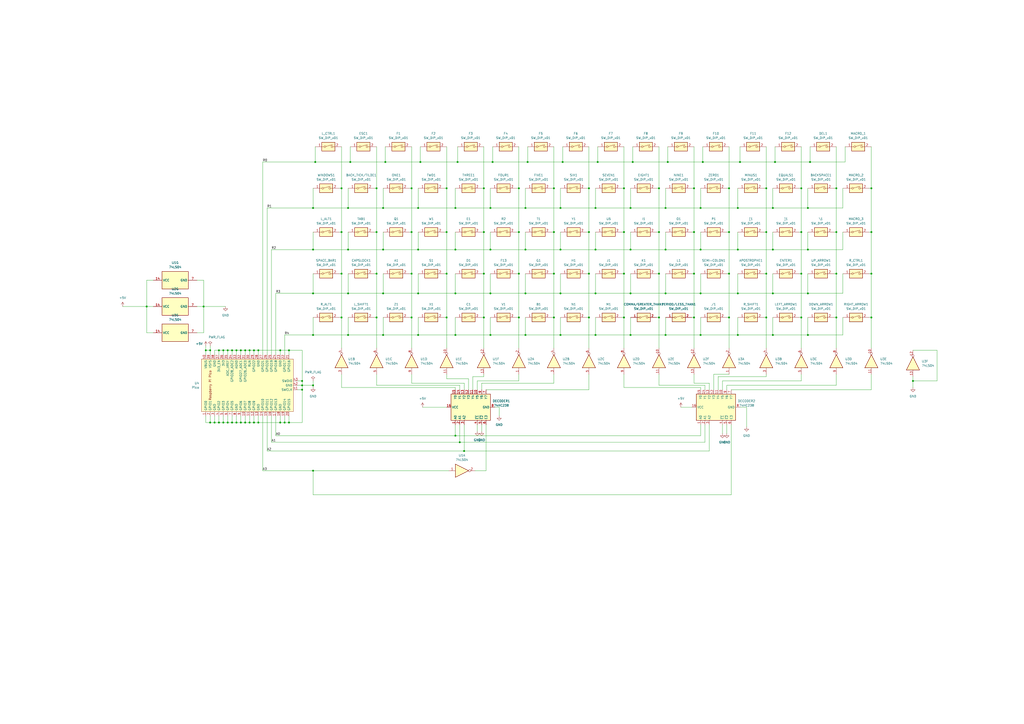
<source format=kicad_sch>
(kicad_sch (version 20211123) (generator eeschema)
  (paper "A2")
  (junction (at 325.12 170.18))
  (junction (at 468.63 170.18))
  (junction (at 127 245.11))
  (junction (at 284.48 144.78))
  (junction (at 175.26 220.98))
  (junction (at 422.91 134.62))
  (junction (at 367.03 93.98))
  (junction (at 134.62 245.11))
  (junction (at 444.5 134.62))
  (junction (at 222.25 144.78))
  (junction (at 181.61 120.65))
  (junction (at 175.26 223.52))
  (junction (at 304.8 144.78))
  (junction (at 147.32 203.2))
  (junction (at 361.95 109.22))
  (junction (at 464.82 109.22))
  (junction (at 222.25 194.31))
  (junction (at 422.91 184.15))
  (junction (at 259.08 109.22))
  (junction (at 321.31 158.75))
  (junction (at 181.61 144.78))
  (junction (at 427.99 144.78))
  (junction (at 182.88 93.98))
  (junction (at 139.7 203.2))
  (junction (at 137.16 203.2))
  (junction (at 218.44 109.22))
  (junction (at 300.99 184.15))
  (junction (at 203.2 93.98))
  (junction (at 444.5 158.75))
  (junction (at 127 203.2))
  (junction (at 468.63 144.78))
  (junction (at 406.4 170.18))
  (junction (at 134.62 203.2))
  (junction (at 341.63 158.75))
  (junction (at 402.59 134.62))
  (junction (at 129.54 203.2))
  (junction (at 181.61 194.31))
  (junction (at 365.76 170.18))
  (junction (at 485.14 158.75))
  (junction (at 264.16 120.65))
  (junction (at 422.91 158.75))
  (junction (at 365.76 120.65))
  (junction (at 181.61 170.18))
  (junction (at 162.56 203.2))
  (junction (at 304.8 194.31))
  (junction (at 382.27 158.75))
  (junction (at 345.44 194.31))
  (junction (at 406.4 194.31))
  (junction (at 259.08 134.62))
  (junction (at 242.57 194.31))
  (junction (at 345.44 144.78))
  (junction (at 142.24 203.2))
  (junction (at 464.82 134.62))
  (junction (at 325.12 144.78))
  (junction (at 181.61 223.52))
  (junction (at 306.07 93.98))
  (junction (at 469.9 93.98))
  (junction (at 167.64 203.2))
  (junction (at 529.59 220.98))
  (junction (at 325.12 194.31))
  (junction (at 448.31 194.31))
  (junction (at 321.31 109.22))
  (junction (at 406.4 144.78))
  (junction (at 201.93 120.65))
  (junction (at 345.44 120.65))
  (junction (at 121.92 245.11))
  (junction (at 464.82 158.75))
  (junction (at 149.86 245.11))
  (junction (at 406.4 120.65))
  (junction (at 280.67 109.22))
  (junction (at 218.44 134.62))
  (junction (at 284.48 194.31))
  (junction (at 444.5 184.15))
  (junction (at 165.1 245.11))
  (junction (at 402.59 158.75))
  (junction (at 505.46 158.75))
  (junction (at 132.08 203.2))
  (junction (at 304.8 170.18))
  (junction (at 218.44 158.75))
  (junction (at 265.43 93.98))
  (junction (at 300.99 134.62))
  (junction (at 448.31 120.65))
  (junction (at 243.84 93.98))
  (junction (at 326.39 93.98))
  (junction (at 201.93 194.31))
  (junction (at 422.91 109.22))
  (junction (at 449.58 93.98))
  (junction (at 280.67 134.62))
  (junction (at 264.16 194.31))
  (junction (at 386.08 170.18))
  (junction (at 304.8 120.65))
  (junction (at 345.44 170.18))
  (junction (at 402.59 109.22))
  (junction (at 259.08 184.15))
  (junction (at 346.71 93.98))
  (junction (at 485.14 109.22))
  (junction (at 280.67 158.75))
  (junction (at 137.16 245.11))
  (junction (at 198.12 109.22))
  (junction (at 321.31 184.15))
  (junction (at 238.76 109.22))
  (junction (at 121.92 203.2))
  (junction (at 448.31 144.78))
  (junction (at 119.38 203.2))
  (junction (at 147.32 245.11))
  (junction (at 468.63 194.31))
  (junction (at 464.82 184.15))
  (junction (at 386.08 194.31))
  (junction (at 118.11 177.8))
  (junction (at 485.14 184.15))
  (junction (at 85.09 177.8))
  (junction (at 264.16 170.18))
  (junction (at 242.57 144.78))
  (junction (at 341.63 184.15))
  (junction (at 129.54 245.11))
  (junction (at 198.12 134.62))
  (junction (at 365.76 144.78))
  (junction (at 427.99 120.65))
  (junction (at 300.99 109.22))
  (junction (at 259.08 158.75))
  (junction (at 448.31 170.18))
  (junction (at 264.16 252.73))
  (junction (at 175.26 226.06))
  (junction (at 284.48 170.18))
  (junction (at 341.63 134.62))
  (junction (at 382.27 134.62))
  (junction (at 242.57 120.65))
  (junction (at 386.08 144.78))
  (junction (at 387.35 93.98))
  (junction (at 198.12 158.75))
  (junction (at 325.12 120.65))
  (junction (at 361.95 158.75))
  (junction (at 280.67 184.15))
  (junction (at 427.99 170.18))
  (junction (at 505.46 109.22))
  (junction (at 142.24 245.11))
  (junction (at 285.75 93.98))
  (junction (at 284.48 120.65))
  (junction (at 201.93 144.78))
  (junction (at 223.52 93.98))
  (junction (at 386.08 120.65))
  (junction (at 382.27 184.15))
  (junction (at 402.59 184.15))
  (junction (at 382.27 109.22))
  (junction (at 222.25 170.18))
  (junction (at 269.24 261.62))
  (junction (at 341.63 109.22))
  (junction (at 218.44 184.15))
  (junction (at 198.12 184.15))
  (junction (at 238.76 134.62))
  (junction (at 266.7 256.54))
  (junction (at 427.99 194.31))
  (junction (at 444.5 109.22))
  (junction (at 181.61 273.05))
  (junction (at 361.95 134.62))
  (junction (at 264.16 144.78))
  (junction (at 238.76 158.75))
  (junction (at 365.76 194.31))
  (junction (at 144.78 203.2))
  (junction (at 222.25 120.65))
  (junction (at 505.46 184.15))
  (junction (at 505.46 134.62))
  (junction (at 300.99 158.75))
  (junction (at 468.63 120.65))
  (junction (at 167.64 245.11))
  (junction (at 238.76 184.15))
  (junction (at 144.78 245.11))
  (junction (at 361.95 184.15))
  (junction (at 321.31 134.62))
  (junction (at 162.56 245.11))
  (junction (at 407.67 93.98))
  (junction (at 149.86 203.2))
  (junction (at 132.08 245.11))
  (junction (at 139.7 245.11))
  (junction (at 201.93 170.18))
  (junction (at 485.14 134.62))
  (junction (at 242.57 170.18))
  (junction (at 124.46 245.11))
  (junction (at 429.26 93.98))
  (wire (pts (xy 464.82 184.15) (xy 464.82 201.93)))
  (wire (pts (xy 299.72 158.75) (xy 300.99 158.75)))
  (wire (pts (xy 266.7 226.06) (xy 266.7 223.52)))
  (wire (pts (xy 157.48 205.74) (xy 157.48 144.78)))
  (wire (pts (xy 402.59 85.09) (xy 402.59 109.22)))
  (wire (pts (xy 386.08 109.22) (xy 386.08 120.65)))
  (wire (pts (xy 504.19 109.22) (xy 505.46 109.22)))
  (wire (pts (xy 468.63 184.15) (xy 468.63 194.31)))
  (wire (pts (xy 448.31 120.65) (xy 468.63 120.65)))
  (wire (pts (xy 341.63 184.15) (xy 340.36 184.15)))
  (wire (pts (xy 218.44 109.22) (xy 218.44 134.62)))
  (wire (pts (xy 401.32 158.75) (xy 402.59 158.75)))
  (wire (pts (xy 152.4 205.74) (xy 152.4 93.98)))
  (wire (pts (xy 488.95 170.18) (xy 488.95 158.75)))
  (wire (pts (xy 345.44 158.75) (xy 345.44 170.18)))
  (wire (pts (xy 144.78 203.2) (xy 144.78 205.74)))
  (wire (pts (xy 299.72 109.22) (xy 300.99 109.22)))
  (wire (pts (xy 408.94 256.54) (xy 408.94 246.38)))
  (wire (pts (xy 406.4 120.65) (xy 427.99 120.65)))
  (wire (pts (xy 198.12 134.62) (xy 198.12 158.75)))
  (wire (pts (xy 421.64 109.22) (xy 422.91 109.22)))
  (wire (pts (xy 529.59 220.98) (xy 529.59 224.79)))
  (wire (pts (xy 119.38 200.66) (xy 119.38 203.2)))
  (wire (pts (xy 276.86 226.06) (xy 276.86 220.98)))
  (wire (pts (xy 165.1 245.11) (xy 167.64 245.11)))
  (wire (pts (xy 175.26 203.2) (xy 175.26 220.98)))
  (wire (pts (xy 543.56 203.2) (xy 543.56 220.98)))
  (wire (pts (xy 144.78 245.11) (xy 142.24 245.11)))
  (wire (pts (xy 360.68 134.62) (xy 361.95 134.62)))
  (wire (pts (xy 222.25 194.31) (xy 242.57 194.31)))
  (wire (pts (xy 121.92 203.2) (xy 119.38 203.2)))
  (wire (pts (xy 167.64 241.3) (xy 167.64 245.11)))
  (wire (pts (xy 118.11 177.8) (xy 130.81 177.8)))
  (wire (pts (xy 464.82 109.22) (xy 464.82 134.62)))
  (wire (pts (xy 341.63 201.93) (xy 341.63 184.15)))
  (wire (pts (xy 242.57 134.62) (xy 242.57 144.78)))
  (wire (pts (xy 242.57 120.65) (xy 264.16 120.65)))
  (wire (pts (xy 264.16 252.73) (xy 264.16 246.38)))
  (wire (pts (xy 160.02 241.3) (xy 160.02 252.73)))
  (wire (pts (xy 237.49 134.62) (xy 238.76 134.62)))
  (wire (pts (xy 300.99 184.15) (xy 299.72 184.15)))
  (wire (pts (xy 259.08 85.09) (xy 259.08 109.22)))
  (wire (pts (xy 201.93 184.15) (xy 201.93 194.31)))
  (wire (pts (xy 300.99 134.62) (xy 300.99 158.75)))
  (wire (pts (xy 242.57 184.15) (xy 242.57 194.31)))
  (wire (pts (xy 147.32 245.11) (xy 144.78 245.11)))
  (wire (pts (xy 203.2 85.09) (xy 203.2 93.98)))
  (wire (pts (xy 137.16 203.2) (xy 139.7 203.2)))
  (wire (pts (xy 280.67 184.15) (xy 280.67 201.93)))
  (wire (pts (xy 121.92 200.66) (xy 121.92 203.2)))
  (wire (pts (xy 139.7 203.2) (xy 142.24 203.2)))
  (wire (pts (xy 365.76 120.65) (xy 386.08 120.65)))
  (wire (pts (xy 237.49 158.75) (xy 238.76 158.75)))
  (wire (pts (xy 181.61 109.22) (xy 181.61 120.65)))
  (wire (pts (xy 198.12 109.22) (xy 198.12 134.62)))
  (wire (pts (xy 306.07 85.09) (xy 306.07 93.98)))
  (wire (pts (xy 325.12 120.65) (xy 345.44 120.65)))
  (wire (pts (xy 162.56 203.2) (xy 167.64 203.2)))
  (wire (pts (xy 382.27 184.15) (xy 382.27 201.93)))
  (wire (pts (xy 222.25 109.22) (xy 222.25 120.65)))
  (wire (pts (xy 381 109.22) (xy 382.27 109.22)))
  (wire (pts (xy 367.03 93.98) (xy 387.35 93.98)))
  (wire (pts (xy 504.19 184.15) (xy 505.46 184.15)))
  (wire (pts (xy 411.48 261.62) (xy 411.48 246.38)))
  (wire (pts (xy 444.5 158.75) (xy 444.5 184.15)))
  (wire (pts (xy 304.8 144.78) (xy 325.12 144.78)))
  (wire (pts (xy 300.99 158.75) (xy 300.99 184.15)))
  (wire (pts (xy 365.76 144.78) (xy 386.08 144.78)))
  (wire (pts (xy 280.67 218.44) (xy 280.67 217.17)))
  (wire (pts (xy 129.54 203.2) (xy 129.54 205.74)))
  (wire (pts (xy 365.76 109.22) (xy 365.76 120.65)))
  (wire (pts (xy 181.61 223.52) (xy 175.26 223.52)))
  (wire (pts (xy 134.62 203.2) (xy 134.62 205.74)))
  (wire (pts (xy 505.46 109.22) (xy 505.46 134.62)))
  (wire (pts (xy 402.59 158.75) (xy 402.59 184.15)))
  (wire (pts (xy 144.78 203.2) (xy 147.32 203.2)))
  (wire (pts (xy 271.78 219.71) (xy 259.08 219.71)))
  (wire (pts (xy 488.95 144.78) (xy 488.95 134.62)))
  (wire (pts (xy 242.57 170.18) (xy 264.16 170.18)))
  (wire (pts (xy 386.08 120.65) (xy 406.4 120.65)))
  (wire (pts (xy 325.12 144.78) (xy 345.44 144.78)))
  (wire (pts (xy 345.44 134.62) (xy 345.44 144.78)))
  (wire (pts (xy 196.85 158.75) (xy 198.12 158.75)))
  (wire (pts (xy 468.63 170.18) (xy 488.95 170.18)))
  (wire (pts (xy 341.63 226.06) (xy 341.63 217.17)))
  (wire (pts (xy 269.24 246.38) (xy 269.24 261.62)))
  (wire (pts (xy 382.27 223.52) (xy 382.27 217.17)))
  (wire (pts (xy 464.82 85.09) (xy 464.82 109.22)))
  (wire (pts (xy 269.24 226.06) (xy 269.24 222.25)))
  (wire (pts (xy 259.08 184.15) (xy 259.08 201.93)))
  (wire (pts (xy 149.86 203.2) (xy 162.56 203.2)))
  (wire (pts (xy 154.94 241.3) (xy 154.94 261.62)))
  (wire (pts (xy 490.22 93.98) (xy 490.22 85.09)))
  (wire (pts (xy 285.75 85.09) (xy 285.75 93.98)))
  (wire (pts (xy 279.4 158.75) (xy 280.67 158.75)))
  (wire (pts (xy 242.57 144.78) (xy 264.16 144.78)))
  (wire (pts (xy 387.35 93.98) (xy 407.67 93.98)))
  (wire (pts (xy 422.91 184.15) (xy 422.91 201.93)))
  (wire (pts (xy 259.08 158.75) (xy 259.08 184.15)))
  (wire (pts (xy 242.57 158.75) (xy 242.57 170.18)))
  (wire (pts (xy 218.44 85.09) (xy 218.44 109.22)))
  (wire (pts (xy 196.85 134.62) (xy 198.12 134.62)))
  (wire (pts (xy 85.09 177.8) (xy 85.09 193.04)))
  (wire (pts (xy 167.64 245.11) (xy 175.26 245.11)))
  (wire (pts (xy 264.16 224.79) (xy 198.12 224.79)))
  (wire (pts (xy 320.04 109.22) (xy 321.31 109.22)))
  (wire (pts (xy 320.04 134.62) (xy 321.31 134.62)))
  (wire (pts (xy 421.64 158.75) (xy 422.91 158.75)))
  (wire (pts (xy 427.99 194.31) (xy 448.31 194.31)))
  (wire (pts (xy 386.08 184.15) (xy 386.08 194.31)))
  (wire (pts (xy 402.59 222.25) (xy 402.59 217.17)))
  (wire (pts (xy 160.02 170.18) (xy 181.61 170.18)))
  (wire (pts (xy 444.5 134.62) (xy 444.5 158.75)))
  (wire (pts (xy 485.14 158.75) (xy 485.14 184.15)))
  (wire (pts (xy 422.91 85.09) (xy 422.91 109.22)))
  (wire (pts (xy 196.85 109.22) (xy 198.12 109.22)))
  (wire (pts (xy 181.61 134.62) (xy 181.61 144.78)))
  (wire (pts (xy 175.26 226.06) (xy 175.26 245.11)))
  (wire (pts (xy 485.14 184.15) (xy 483.87 184.15)))
  (wire (pts (xy 422.91 158.75) (xy 422.91 184.15)))
  (wire (pts (xy 160.02 252.73) (xy 264.16 252.73)))
  (wire (pts (xy 264.16 144.78) (xy 284.48 144.78)))
  (wire (pts (xy 264.16 120.65) (xy 284.48 120.65)))
  (wire (pts (xy 124.46 203.2) (xy 127 203.2)))
  (wire (pts (xy 325.12 184.15) (xy 325.12 194.31)))
  (wire (pts (xy 269.24 261.62) (xy 411.48 261.62)))
  (wire (pts (xy 257.81 134.62) (xy 259.08 134.62)))
  (wire (pts (xy 488.95 120.65) (xy 488.95 109.22)))
  (wire (pts (xy 427.99 158.75) (xy 427.99 170.18)))
  (wire (pts (xy 217.17 158.75) (xy 218.44 158.75)))
  (wire (pts (xy 406.4 226.06) (xy 406.4 224.79)))
  (wire (pts (xy 201.93 109.22) (xy 201.93 120.65)))
  (wire (pts (xy 463.55 109.22) (xy 464.82 109.22)))
  (wire (pts (xy 443.23 109.22) (xy 444.5 109.22)))
  (wire (pts (xy 464.82 184.15) (xy 463.55 184.15)))
  (wire (pts (xy 279.4 222.25) (xy 321.31 222.25)))
  (wire (pts (xy 243.84 93.98) (xy 265.43 93.98)))
  (wire (pts (xy 172.72 223.52) (xy 175.26 223.52)))
  (wire (pts (xy 218.44 158.75) (xy 218.44 184.15)))
  (wire (pts (xy 416.56 218.44) (xy 444.5 218.44)))
  (wire (pts (xy 181.61 224.79) (xy 181.61 223.52)))
  (wire (pts (xy 411.48 226.06) (xy 411.48 222.25)))
  (wire (pts (xy 427.99 134.62) (xy 427.99 144.78)))
  (wire (pts (xy 142.24 203.2) (xy 144.78 203.2)))
  (wire (pts (xy 279.4 246.38) (xy 279.4 250.19)))
  (wire (pts (xy 360.68 109.22) (xy 361.95 109.22)))
  (wire (pts (xy 264.16 158.75) (xy 264.16 170.18)))
  (wire (pts (xy 285.75 93.98) (xy 306.07 93.98)))
  (wire (pts (xy 172.72 226.06) (xy 175.26 226.06)))
  (wire (pts (xy 265.43 93.98) (xy 285.75 93.98)))
  (wire (pts (xy 381 134.62) (xy 382.27 134.62)))
  (wire (pts (xy 365.76 194.31) (xy 386.08 194.31)))
  (wire (pts (xy 182.88 85.09) (xy 182.88 93.98)))
  (wire (pts (xy 167.64 203.2) (xy 167.64 205.74)))
  (wire (pts (xy 280.67 158.75) (xy 280.67 184.15)))
  (wire (pts (xy 340.36 109.22) (xy 341.63 109.22)))
  (wire (pts (xy 341.63 85.09) (xy 341.63 109.22)))
  (wire (pts (xy 468.63 194.31) (xy 488.95 194.31)))
  (wire (pts (xy 419.1 246.38) (xy 419.1 251.46)))
  (wire (pts (xy 402.59 184.15) (xy 401.32 184.15)))
  (wire (pts (xy 201.93 144.78) (xy 222.25 144.78)))
  (wire (pts (xy 448.31 184.15) (xy 448.31 194.31)))
  (wire (pts (xy 463.55 158.75) (xy 464.82 158.75)))
  (wire (pts (xy 382.27 109.22) (xy 382.27 134.62)))
  (wire (pts (xy 341.63 134.62) (xy 341.63 158.75)))
  (wire (pts (xy 421.64 223.52) (xy 485.14 223.52)))
  (wire (pts (xy 443.23 158.75) (xy 444.5 158.75)))
  (wire (pts (xy 485.14 184.15) (xy 485.14 201.93)))
  (wire (pts (xy 279.4 134.62) (xy 280.67 134.62)))
  (wire (pts (xy 238.76 85.09) (xy 238.76 109.22)))
  (wire (pts (xy 419.1 220.98) (xy 464.82 220.98)))
  (wire (pts (xy 365.76 134.62) (xy 365.76 144.78)))
  (wire (pts (xy 118.11 162.56) (xy 118.11 177.8)))
  (wire (pts (xy 201.93 134.62) (xy 201.93 144.78)))
  (wire (pts (xy 142.24 203.2) (xy 142.24 205.74)))
  (wire (pts (xy 139.7 245.11) (xy 137.16 245.11)))
  (wire (pts (xy 444.5 109.22) (xy 444.5 134.62)))
  (wire (pts (xy 321.31 184.15) (xy 320.04 184.15)))
  (wire (pts (xy 201.93 120.65) (xy 222.25 120.65)))
  (wire (pts (xy 529.59 218.44) (xy 529.59 220.98)))
  (wire (pts (xy 132.08 203.2) (xy 132.08 205.74)))
  (wire (pts (xy 488.95 194.31) (xy 488.95 184.15)))
  (wire (pts (xy 529.59 203.2) (xy 543.56 203.2)))
  (wire (pts (xy 257.81 158.75) (xy 259.08 158.75)))
  (wire (pts (xy 468.63 158.75) (xy 468.63 170.18)))
  (wire (pts (xy 361.95 184.15) (xy 361.95 201.93)))
  (wire (pts (xy 114.3 162.56) (xy 118.11 162.56)))
  (wire (pts (xy 464.82 220.98) (xy 464.82 217.17)))
  (wire (pts (xy 429.26 93.98) (xy 449.58 93.98)))
  (wire (pts (xy 406.4 158.75) (xy 406.4 170.18)))
  (wire (pts (xy 483.87 134.62) (xy 485.14 134.62)))
  (wire (pts (xy 386.08 170.18) (xy 406.4 170.18)))
  (wire (pts (xy 321.31 134.62) (xy 321.31 158.75)))
  (wire (pts (xy 448.31 144.78) (xy 468.63 144.78)))
  (wire (pts (xy 259.08 134.62) (xy 259.08 158.75)))
  (wire (pts (xy 222.25 170.18) (xy 242.57 170.18)))
  (wire (pts (xy 276.86 220.98) (xy 300.99 220.98)))
  (wire (pts (xy 424.18 226.06) (xy 505.46 226.06)))
  (wire (pts (xy 361.95 109.22) (xy 361.95 134.62)))
  (wire (pts (xy 485.14 223.52) (xy 485.14 217.17)))
  (wire (pts (xy 341.63 158.75) (xy 341.63 184.15)))
  (wire (pts (xy 132.08 241.3) (xy 132.08 245.11)))
  (wire (pts (xy 238.76 158.75) (xy 238.76 184.15)))
  (wire (pts (xy 284.48 158.75) (xy 284.48 170.18)))
  (wire (pts (xy 345.44 194.31) (xy 365.76 194.31)))
  (wire (pts (xy 340.36 158.75) (xy 341.63 158.75)))
  (wire (pts (xy 280.67 109.22) (xy 280.67 134.62)))
  (wire (pts (xy 346.71 93.98) (xy 367.03 93.98)))
  (wire (pts (xy 134.62 241.3) (xy 134.62 245.11)))
  (wire (pts (xy 280.67 85.09) (xy 280.67 109.22)))
  (wire (pts (xy 264.16 170.18) (xy 284.48 170.18)))
  (wire (pts (xy 124.46 245.11) (xy 121.92 245.11)))
  (wire (pts (xy 162.56 203.2) (xy 162.56 205.74)))
  (wire (pts (xy 181.61 194.31) (xy 201.93 194.31)))
  (wire (pts (xy 346.71 85.09) (xy 346.71 93.98)))
  (wire (pts (xy 408.94 226.06) (xy 408.94 223.52)))
  (wire (pts (xy 485.14 109.22) (xy 485.14 134.62)))
  (wire (pts (xy 386.08 194.31) (xy 406.4 194.31)))
  (wire (pts (xy 134.62 245.11) (xy 132.08 245.11)))
  (wire (pts (xy 137.16 245.11) (xy 134.62 245.11)))
  (wire (pts (xy 242.57 109.22) (xy 242.57 120.65)))
  (wire (pts (xy 321.31 109.22) (xy 321.31 134.62)))
  (wire (pts (xy 181.61 144.78) (xy 201.93 144.78)))
  (wire (pts (xy 149.86 245.11) (xy 147.32 245.11)))
  (wire (pts (xy 238.76 184.15) (xy 238.76 201.93)))
  (wire (pts (xy 422.91 109.22) (xy 422.91 134.62)))
  (wire (pts (xy 152.4 273.05) (xy 181.61 273.05)))
  (wire (pts (xy 165.1 205.74) (xy 165.1 194.31)))
  (wire (pts (xy 152.4 241.3) (xy 152.4 273.05)))
  (wire (pts (xy 149.86 241.3) (xy 149.86 245.11)))
  (wire (pts (xy 165.1 241.3) (xy 165.1 245.11)))
  (wire (pts (xy 325.12 170.18) (xy 345.44 170.18)))
  (wire (pts (xy 284.48 194.31) (xy 304.8 194.31)))
  (wire (pts (xy 427.99 184.15) (xy 427.99 194.31)))
  (wire (pts (xy 422.91 184.15) (xy 421.64 184.15)))
  (wire (pts (xy 162.56 241.3) (xy 162.56 245.11)))
  (wire (pts (xy 300.99 85.09) (xy 300.99 109.22)))
  (wire (pts (xy 181.61 120.65) (xy 201.93 120.65)))
  (wire (pts (xy 181.61 184.15) (xy 181.61 194.31)))
  (wire (pts (xy 127 203.2) (xy 129.54 203.2)))
  (wire (pts (xy 485.14 134.62) (xy 485.14 158.75)))
  (wire (pts (xy 217.17 134.62) (xy 218.44 134.62)))
  (wire (pts (xy 284.48 184.15) (xy 284.48 194.31)))
  (wire (pts (xy 304.8 184.15) (xy 304.8 194.31)))
  (wire (pts (xy 382.27 85.09) (xy 382.27 109.22)))
  (wire (pts (xy 88.9 162.56) (xy 85.09 162.56)))
  (wire (pts (xy 218.44 184.15) (xy 218.44 201.93)))
  (wire (pts (xy 406.4 109.22) (xy 406.4 120.65)))
  (wire (pts (xy 238.76 222.25) (xy 238.76 217.17)))
  (wire (pts (xy 127 245.11) (xy 124.46 245.11)))
  (wire (pts (xy 367.03 85.09) (xy 367.03 93.98)))
  (wire (pts (xy 217.17 109.22) (xy 218.44 109.22)))
  (wire (pts (xy 218.44 184.15) (xy 217.17 184.15)))
  (wire (pts (xy 406.4 184.15) (xy 406.4 194.31)))
  (wire (pts (xy 127 241.3) (xy 127 245.11)))
  (wire (pts (xy 85.09 162.56) (xy 85.09 177.8)))
  (wire (pts (xy 85.09 177.8) (xy 88.9 177.8)))
  (wire (pts (xy 361.95 224.79) (xy 361.95 217.17)))
  (wire (pts (xy 134.62 203.2) (xy 137.16 203.2)))
  (wire (pts (xy 271.78 226.06) (xy 271.78 219.71)))
  (wire (pts (xy 321.31 184.15) (xy 321.31 201.93)))
  (wire (pts (xy 223.52 85.09) (xy 223.52 93.98)))
  (wire (pts (xy 464.82 134.62) (xy 464.82 158.75)))
  (wire (pts (xy 381 158.75) (xy 382.27 158.75)))
  (wire (pts (xy 243.84 85.09) (xy 243.84 93.98)))
  (wire (pts (xy 411.48 222.25) (xy 402.59 222.25)))
  (wire (pts (xy 444.5 184.15) (xy 444.5 201.93)))
  (wire (pts (xy 505.46 217.17) (xy 505.46 226.06)))
  (wire (pts (xy 198.12 158.75) (xy 198.12 184.15)))
  (wire (pts (xy 325.12 134.62) (xy 325.12 144.78)))
  (wire (pts (xy 127 203.2) (xy 127 205.74)))
  (wire (pts (xy 203.2 93.98) (xy 223.52 93.98)))
  (wire (pts (xy 222.25 120.65) (xy 242.57 120.65)))
  (wire (pts (xy 394.97 236.22) (xy 401.32 236.22)))
  (wire (pts (xy 468.63 109.22) (xy 468.63 120.65)))
  (wire (pts (xy 181.61 273.05) (xy 181.61 287.02)))
  (wire (pts (xy 299.72 134.62) (xy 300.99 134.62)))
  (wire (pts (xy 121.92 245.11) (xy 119.38 245.11)))
  (wire (pts (xy 139.7 241.3) (xy 139.7 245.11)))
  (wire (pts (xy 402.59 109.22) (xy 402.59 134.62)))
  (wire (pts (xy 448.31 170.18) (xy 468.63 170.18)))
  (wire (pts (xy 160.02 205.74) (xy 160.02 170.18)))
  (wire (pts (xy 266.7 256.54) (xy 266.7 246.38)))
  (wire (pts (xy 406.4 134.62) (xy 406.4 144.78)))
  (wire (pts (xy 444.5 85.09) (xy 444.5 109.22)))
  (wire (pts (xy 259.08 184.15) (xy 257.81 184.15)))
  (wire (pts (xy 304.8 134.62) (xy 304.8 144.78)))
  (wire (pts (xy 181.61 273.05) (xy 260.35 273.05)))
  (wire (pts (xy 181.61 170.18) (xy 201.93 170.18)))
  (wire (pts (xy 406.4 194.31) (xy 427.99 194.31)))
  (wire (pts (xy 264.16 226.06) (xy 264.16 224.79)))
  (wire (pts (xy 433.07 247.65) (xy 433.07 236.22)))
  (wire (pts (xy 340.36 134.62) (xy 341.63 134.62)))
  (wire (pts (xy 321.31 85.09) (xy 321.31 109.22)))
  (wire (pts (xy 468.63 120.65) (xy 488.95 120.65)))
  (wire (pts (xy 222.25 144.78) (xy 242.57 144.78)))
  (wire (pts (xy 222.25 184.15) (xy 222.25 194.31)))
  (wire (pts (xy 448.31 134.62) (xy 448.31 144.78)))
  (wire (pts (xy 469.9 85.09) (xy 469.9 93.98)))
  (wire (pts (xy 448.31 194.31) (xy 468.63 194.31)))
  (wire (pts (xy 274.32 218.44) (xy 280.67 218.44)))
  (wire (pts (xy 265.43 85.09) (xy 265.43 93.98)))
  (wire (pts (xy 257.81 109.22) (xy 259.08 109.22)))
  (wire (pts (xy 281.94 273.05) (xy 281.94 246.38)))
  (wire (pts (xy 365.76 158.75) (xy 365.76 170.18)))
  (wire (pts (xy 157.48 241.3) (xy 157.48 256.54)))
  (wire (pts (xy 137.16 203.2) (xy 137.16 205.74)))
  (wire (pts (xy 504.19 134.62) (xy 505.46 134.62)))
  (wire (pts (xy 118.11 177.8) (xy 118.11 193.04)))
  (wire (pts (xy 124.46 241.3) (xy 124.46 245.11)))
  (wire (pts (xy 238.76 109.22) (xy 238.76 134.62)))
  (wire (pts (xy 406.4 144.78) (xy 427.99 144.78)))
  (wire (pts (xy 419.1 226.06) (xy 419.1 220.98)))
  (wire (pts (xy 124.46 203.2) (xy 124.46 205.74)))
  (wire (pts (xy 119.38 203.2) (xy 119.38 205.74)))
  (wire (pts (xy 201.93 194.31) (xy 222.25 194.31)))
  (wire (pts (xy 386.08 134.62) (xy 386.08 144.78)))
  (wire (pts (xy 429.26 85.09) (xy 429.26 93.98)))
  (wire (pts (xy 264.16 194.31) (xy 284.48 194.31)))
  (wire (pts (xy 321.31 158.75) (xy 321.31 184.15)))
  (wire (pts (xy 406.4 252.73) (xy 406.4 246.38)))
  (wire (pts (xy 167.64 203.2) (xy 175.26 203.2)))
  (wire (pts (xy 280.67 134.62) (xy 280.67 158.75)))
  (wire (pts (xy 326.39 85.09) (xy 326.39 93.98)))
  (wire (pts (xy 483.87 158.75) (xy 485.14 158.75)))
  (wire (pts (xy 144.78 241.3) (xy 144.78 245.11)))
  (wire (pts (xy 114.3 177.8) (xy 118.11 177.8)))
  (wire (pts (xy 266.7 223.52) (xy 218.44 223.52)))
  (wire (pts (xy 444.5 218.44) (xy 444.5 217.17)))
  (wire (pts (xy 237.49 109.22) (xy 238.76 109.22)))
  (wire (pts (xy 345.44 120.65) (xy 365.76 120.65)))
  (wire (pts (xy 264.16 109.22) (xy 264.16 120.65)))
  (wire (pts (xy 276.86 246.38) (xy 276.86 250.19)))
  (wire (pts (xy 505.46 134.62) (xy 505.46 158.75)))
  (wire (pts (xy 424.18 287.02) (xy 424.18 246.38)))
  (wire (pts (xy 289.56 236.22) (xy 287.02 236.22)))
  (wire (pts (xy 505.46 85.09) (xy 505.46 109.22)))
  (wire (pts (xy 360.68 158.75) (xy 361.95 158.75)))
  (wire (pts (xy 304.8 120.65) (xy 325.12 120.65)))
  (wire (pts (xy 304.8 158.75) (xy 304.8 170.18)))
  (wire (pts (xy 427.99 170.18) (xy 448.31 170.18)))
  (wire (pts (xy 242.57 194.31) (xy 264.16 194.31)))
  (wire (pts (xy 157.48 144.78) (xy 181.61 144.78)))
  (wire (pts (xy 407.67 85.09) (xy 407.67 93.98)))
  (wire (pts (xy 421.64 246.38) (xy 421.64 251.46)))
  (wire (pts (xy 505.46 158.75) (xy 505.46 184.15)))
  (wire (pts (xy 361.95 85.09) (xy 361.95 109.22)))
  (wire (pts (xy 154.94 205.74) (xy 154.94 120.65)))
  (wire (pts (xy 162.56 245.11) (xy 149.86 245.11)))
  (wire (pts (xy 275.59 273.05) (xy 281.94 273.05)))
  (wire (pts (xy 345.44 109.22) (xy 345.44 120.65)))
  (wire (pts (xy 147.32 241.3) (xy 147.32 245.11)))
  (wire (pts (xy 218.44 223.52) (xy 218.44 217.17)))
  (wire (pts (xy 406.4 224.79) (xy 361.95 224.79)))
  (wire (pts (xy 382.27 134.62) (xy 382.27 158.75)))
  (wire (pts (xy 284.48 120.65) (xy 304.8 120.65)))
  (wire (pts (xy 152.4 93.98) (xy 182.88 93.98)))
  (wire (pts (xy 325.12 194.31) (xy 345.44 194.31)))
  (wire (pts (xy 449.58 85.09) (xy 449.58 93.98)))
  (wire (pts (xy 421.64 226.06) (xy 421.64 223.52)))
  (wire (pts (xy 386.08 158.75) (xy 386.08 170.18)))
  (wire (pts (xy 222.25 134.62) (xy 222.25 144.78)))
  (wire (pts (xy 266.7 256.54) (xy 408.94 256.54)))
  (wire (pts (xy 321.31 222.25) (xy 321.31 217.17)))
  (wire (pts (xy 198.12 184.15) (xy 196.85 184.15)))
  (wire (pts (xy 433.07 236.22) (xy 429.26 236.22)))
  (wire (pts (xy 281.94 226.06) (xy 341.63 226.06)))
  (wire (pts (xy 402.59 184.15) (xy 402.59 201.93)))
  (wire (pts (xy 483.87 109.22) (xy 485.14 109.22)))
  (wire (pts (xy 386.08 144.78) (xy 406.4 144.78)))
  (wire (pts (xy 157.48 256.54) (xy 266.7 256.54)))
  (wire (pts (xy 142.24 241.3) (xy 142.24 245.11)))
  (wire (pts (xy 264.16 252.73) (xy 406.4 252.73)))
  (wire (pts (xy 172.72 220.98) (xy 175.26 220.98)))
  (wire (pts (xy 414.02 226.06) (xy 414.02 217.17)))
  (wire (pts (xy 132.08 245.11) (xy 129.54 245.11)))
  (wire (pts (xy 326.39 93.98) (xy 346.71 93.98)))
  (wire (pts (xy 306.07 93.98) (xy 326.39 93.98)))
  (wire (pts (xy 463.55 134.62) (xy 464.82 134.62)))
  (wire (pts (xy 259.08 109.22) (xy 259.08 134.62)))
  (wire (pts (xy 464.82 158.75) (xy 464.82 184.15)))
  (wire (pts (xy 361.95 134.62) (xy 361.95 158.75)))
  (wire (pts (xy 284.48 144.78) (xy 304.8 144.78)))
  (wire (pts (xy 365.76 170.18) (xy 386.08 170.18)))
  (wire (pts (xy 142.24 245.11) (xy 139.7 245.11)))
  (wire (pts (xy 468.63 144.78) (xy 488.95 144.78)))
  (wire (pts (xy 129.54 203.2) (xy 132.08 203.2)))
  (wire (pts (xy 345.44 170.18) (xy 365.76 170.18)))
  (wire (pts (xy 279.4 226.06) (xy 279.4 222.25)))
  (wire (pts (xy 269.24 222.25) (xy 238.76 222.25)))
  (wire (pts (xy 132.08 203.2) (xy 134.62 203.2)))
  (wire (pts (xy 427.99 144.78) (xy 448.31 144.78)))
  (wire (pts (xy 361.95 184.15) (xy 360.68 184.15)))
  (wire (pts (xy 71.12 177.8) (xy 85.09 177.8)))
  (wire (pts (xy 300.99 220.98) (xy 300.99 217.17)))
  (wire (pts (xy 280.67 184.15) (xy 279.4 184.15)))
  (wire (pts (xy 401.32 109.22) (xy 402.59 109.22)))
  (wire (pts (xy 149.86 203.2) (xy 149.86 205.74)))
  (wire (pts (xy 427.99 109.22) (xy 427.99 120.65)))
  (wire (pts (xy 147.32 203.2) (xy 147.32 205.74)))
  (wire (pts (xy 485.14 85.09) (xy 485.14 109.22)))
  (wire (pts (xy 264.16 134.62) (xy 264.16 144.78)))
  (wire (pts (xy 387.35 85.09) (xy 387.35 93.98)))
  (wire (pts (xy 182.88 93.98) (xy 203.2 93.98)))
  (wire (pts (xy 137.16 241.3) (xy 137.16 245.11)))
  (wire (pts (xy 238.76 184.15) (xy 237.49 184.15)))
  (wire (pts (xy 175.26 220.98) (xy 175.26 223.52)))
  (wire (pts (xy 407.67 93.98) (xy 429.26 93.98)))
  (wire (pts (xy 223.52 93.98) (xy 243.84 93.98)))
  (wire (pts (xy 300.99 184.15) (xy 300.99 201.93)))
  (wire (pts (xy 289.56 241.3) (xy 289.56 236.22)))
  (wire (pts (xy 181.61 158.75) (xy 181.61 170.18)))
  (wire (pts (xy 222.25 158.75) (xy 222.25 170.18)))
  (wire (pts (xy 198.12 85.09) (xy 198.12 109.22)))
  (wire (pts (xy 345.44 184.15) (xy 345.44 194.31)))
  (wire (pts (xy 181.61 220.98) (xy 181.61 223.52)))
  (wire (pts (xy 421.64 134.62) (xy 422.91 134.62)))
  (wire (pts (xy 325.12 109.22) (xy 325.12 120.65)))
  (wire (pts (xy 218.44 134.62) (xy 218.44 158.75)))
  (wire (pts (xy 422.91 134.62) (xy 422.91 158.75)))
  (wire (pts (xy 198.12 224.79) (xy 198.12 217.17)))
  (wire (pts (xy 345.44 144.78) (xy 365.76 144.78)))
  (wire (pts (xy 382.27 184.15) (xy 381 184.15)))
  (wire (pts (xy 468.63 134.62) (xy 468.63 144.78)))
  (wire (pts (xy 129.54 245.11) (xy 127 245.11)))
  (wire (pts (xy 279.4 109.22) (xy 280.67 109.22)))
  (wire (pts (xy 198.12 184.15) (xy 198.12 201.93)))
  (wire (pts (xy 85.09 193.04) (xy 88.9 193.04)))
  (wire (pts (xy 175.26 223.52) (xy 175.26 226.06)))
  (wire (pts (xy 284.48 109.22) (xy 284.48 120.65)))
  (wire (pts (xy 121.92 241.3) (xy 121.92 245.11)))
  (wire (pts (xy 408.94 223.52) (xy 382.27 223.52)))
  (wire (pts (xy 274.32 226.06) (xy 274.32 218.44)))
  (wire (pts (xy 361.95 158.75) (xy 361.95 184.15)))
  (wire (pts (xy 504.19 158.75) (xy 505.46 158.75)))
  (wire (pts (xy 119.38 245.11) (xy 119.38 241.3)))
  (wire (pts (xy 245.11 236.22) (xy 259.08 236.22)))
  (wire (pts (xy 259.08 219.71) (xy 259.08 217.17)))
  (wire (pts (xy 401.32 134.62) (xy 402.59 134.62)))
  (wire (pts (xy 382.27 158.75) (xy 382.27 184.15)))
  (wire (pts (xy 264.16 184.15) (xy 264.16 194.31)))
  (wire (pts (xy 304.8 109.22) (xy 304.8 120.65)))
  (wire (pts (xy 448.31 109.22) (xy 448.31 120.65)))
  (wire (pts (xy 444.5 184.15) (xy 443.23 184.15)))
  (wire (pts (xy 154.94 120.65) (xy 181.61 120.65)))
  (wire (pts (xy 300.99 109.22) (xy 300.99 134.62)))
  (wire (pts (xy 181.61 287.02) (xy 424.18 287.02)))
  (wire (pts (xy 543.56 220.98) (xy 529.59 220.98)))
  (wire (pts (xy 118.11 193.04) (xy 114.3 193.04)))
  (wire (pts (xy 449.58 93.98) (xy 469.9 93.98)))
  (wire (pts (xy 443.23 134.62) (xy 444.5 134.62)))
  (wire (pts (xy 365.76 184.15) (xy 365.76 194.31)))
  (wire (pts (xy 201.93 170.18) (xy 222.25 170.18)))
  (wire (pts (xy 165.1 194.31) (xy 181.61 194.31)))
  (wire (pts (xy 469.9 93.98) (xy 490.22 93.98)))
  (wire (pts (xy 129.54 241.3) (xy 129.54 245.11)))
  (wire (pts (xy 320.04 158.75) (xy 321.31 158.75)))
  (wire (pts (xy 304.8 194.31) (xy 325.12 194.31)))
  (wire (pts (xy 238.76 134.62) (xy 238.76 158.75)))
  (wire (pts (xy 414.02 217.17) (xy 422.91 217.17)))
  (wire (pts (xy 341.63 109.22) (xy 341.63 134.62)))
  (wire (pts (xy 284.48 170.18) (xy 304.8 170.18)))
  (wire (pts (xy 505.46 184.15) (xy 505.46 201.93)))
  (wire (pts (xy 201.93 158.75) (xy 201.93 170.18)))
  (wire (pts (xy 304.8 170.18) (xy 325.12 170.18)))
  (wire (pts (xy 427.99 120.65) (xy 448.31 120.65)))
  (wire (pts (xy 406.4 170.18) (xy 427.99 170.18)))
  (wire (pts (xy 121.92 205.74) (xy 121.92 203.2)))
  (wire (pts (xy 147.32 203.2) (xy 149.86 203.2)))
  (wire (pts (xy 325.12 158.75) (xy 325.12 170.18)))
  (wire (pts (xy 402.59 134.62) (xy 402.59 158.75)))
  (wire (pts (xy 448.31 158.75) (xy 448.31 170.18)))
  (wire (pts (xy 284.48 134.62) (xy 284.48 144.78)))
  (wire (pts (xy 154.94 261.62) (xy 269.24 261.62)))
  (wire (pts (xy 165.1 245.11) (xy 162.56 245.11)))
  (wire (pts (xy 416.56 226.06) (xy 416.56 218.44)))
  (wire (pts (xy 139.7 203.2) (xy 139.7 205.74)))
  (label "A0" (at 160.02 252.73 0))
  (label "R0" (at 152.4 93.98 0))
  (label "R3" (at 160.02 170.18 0))
  (label "A2" (at 154.94 261.62 0))
  (label "A1" (at 157.48 256.54 0))
  (label "A3" (at 152.4 273.05 0))
  (label "R1" (at 154.94 120.65 0))
  (label "R2" (at 157.48 144.78 0))
  (label "R4" (at 165.1 194.31 0))
  (symbol (lib_id "74xx:74LS04") (at 402.59 209.55 90) (unit 6)
    (property "Reference" "U2" (at 407.67 208.2799 90) (effects (justify right)))
    (property "Value" "74LS04" (at 407.67 210.8199 90) (effects (justify right)))
    (property "Footprint" "Package_DIP:DIP-14_W7.62mm" (effects hide))
    (property "Datasheet" "http://www.ti.com/lit/gpn/sn74LS04" (effects hide))
  )
  (symbol (lib_id "74xx:74LS04") (at 361.95 209.55 90) (unit 4)
    (property "Reference" "U2" (at 367.03 208.2799 90) (effects (justify right)))
    (property "Value" "74LS04" (at 367.03 210.8199 90) (effects (justify right)))
    (property "Footprint" "Package_DIP:DIP-14_W7.62mm" (effects hide))
    (property "Datasheet" "http://www.ti.com/lit/gpn/sn74LS04" (effects hide))
  )
  (symbol (lib_id "Switch:SW_DIP_x01") (at 354.33 85.09 0) (unit 1)
    (property "Reference" "F7" (at 354.33 77.47 0))
    (property "Value" "SW_DIP_x01" (at 354.33 80.01 0))
    (property "Footprint" "MikeyLibrary:gateron_slim" (effects hide))
  )
  (symbol (lib_id "power:GND") (at 130.81 177.8 0) (unit 1)
    (property "Reference" "#PWR0104" (effects hide))
    (property "Value" "GND" (at 130.81 182.88 0))
  )
  (symbol (lib_id "Switch:SW_DIP_x01") (at 393.7 134.62 0) (unit 1)
    (property "Reference" "O1" (at 393.7 127 0))
    (property "Value" "SW_DIP_x01" (at 393.7 129.54 0))
    (property "Footprint" "MikeyLibrary:gateron_slim" (effects hide))
  )
  (symbol (lib_id "Switch:SW_DIP_x01") (at 229.87 184.15 0) (unit 1)
    (property "Reference" "Z1" (at 229.87 176.53 0))
    (property "Value" "SW_DIP_x01" (at 229.87 179.07 0))
    (property "Footprint" "MikeyLibrary:gateron_slim" (effects hide))
  )
  (symbol (lib_id "Switch:SW_DIP_x01") (at 414.02 134.62 0) (unit 1)
    (property "Reference" "P1" (at 414.02 127 0))
    (property "Value" "SW_DIP_x01" (at 414.02 129.54 0))
    (property "Footprint" "MikeyLibrary:gateron_slim" (effects hide))
  )
  (symbol (lib_id "Switch:SW_DIP_x01") (at 435.61 134.62 0) (unit 1)
    (property "Reference" "[1" (at 435.61 127 0))
    (property "Value" "SW_DIP_x01" (at 435.61 129.54 0))
    (property "Footprint" "MikeyLibrary:gateron_slim" (effects hide))
  )
  (symbol (lib_id "Switch:SW_DIP_x01") (at 271.78 109.22 0) (unit 1)
    (property "Reference" "THREE1" (at 271.78 101.6 0))
    (property "Value" "SW_DIP_x01" (at 271.78 104.14 0))
    (property "Footprint" "MikeyLibrary:gateron_slim" (effects hide))
  )
  (symbol (lib_id "Switch:SW_DIP_x01") (at 476.25 158.75 0) (unit 1)
    (property "Reference" "UP_ARROW1" (at 476.25 151.13 0))
    (property "Value" "SW_DIP_x01" (at 476.25 153.67 0))
    (property "Footprint" "MikeyLibrary:gateron_slim" (effects hide))
  )
  (symbol (lib_id "Switch:SW_DIP_x01") (at 332.74 158.75 0) (unit 1)
    (property "Reference" "H1" (at 332.74 151.13 0))
    (property "Value" "SW_DIP_x01" (at 332.74 153.67 0))
    (property "Footprint" "MikeyLibrary:gateron_slim" (effects hide))
  )
  (symbol (lib_id "Switch:SW_DIP_x01") (at 496.57 158.75 0) (unit 1)
    (property "Reference" "R_CTRL1" (at 496.57 151.13 0))
    (property "Value" "SW_DIP_x01" (at 496.57 153.67 0))
    (property "Footprint" "MikeyLibrary:gateron_slim" (effects hide))
  )
  (symbol (lib_id "Switch:SW_DIP_x01") (at 189.23 109.22 0) (unit 1)
    (property "Reference" "WINDOWS1" (at 189.23 101.6 0))
    (property "Value" "SW_DIP_x01" (at 189.23 104.14 0))
    (property "Footprint" "MikeyLibrary:gateron_slim" (effects hide))
  )
  (symbol (lib_id "Switch:SW_DIP_x01") (at 394.97 85.09 0) (unit 1)
    (property "Reference" "F9" (at 394.97 77.47 0))
    (property "Value" "SW_DIP_x01" (at 394.97 80.01 0))
    (property "Footprint" "MikeyLibrary:gateron_slim" (effects hide))
  )
  (symbol (lib_id "74xx:74HC238") (at 274.32 236.22 90) (unit 1)
    (property "Reference" "DECODER1" (at 290.83 232.6386 90))
    (property "Value" "74HC238" (at 290.83 235.1786 90))
    (property "Footprint" "Package_DIP:DIP-16_W7.62mm" (effects hide))
    (property "Datasheet" "https://www.ti.com/lit/ds/symlink/cd74hc238.pdf" (effects hide))
  )
  (symbol (lib_id "74xx:74LS04") (at 267.97 273.05 0) (unit 1)
    (property "Reference" "U1" (at 267.97 264.16 0))
    (property "Value" "74LS04" (at 267.97 266.7 0))
    (property "Footprint" "Package_DIP:DIP-14_W7.62mm" (effects hide))
    (property "Datasheet" "http://www.ti.com/lit/gpn/sn74LS04" (effects hide))
  )
  (symbol (lib_id "Switch:SW_DIP_x01") (at 476.25 109.22 0) (unit 1)
    (property "Reference" "BACKSPACE1" (at 476.25 101.6 0))
    (property "Value" "SW_DIP_x01" (at 476.25 104.14 0))
    (property "Footprint" "MikeyLibrary:gateron_slim" (effects hide))
  )
  (symbol (lib_id "Switch:SW_DIP_x01") (at 374.65 85.09 0) (unit 1)
    (property "Reference" "F8" (at 374.65 77.47 0))
    (property "Value" "SW_DIP_x01" (at 374.65 80.01 0))
    (property "Footprint" "MikeyLibrary:gateron_slim" (effects hide))
  )
  (symbol (lib_id "power:GND") (at 279.4 250.19 0) (unit 1)
    (property "Reference" "#PWR0103" (effects hide))
    (property "Value" "GND" (at 279.4 255.27 0))
  )
  (symbol (lib_id "Switch:SW_DIP_x01") (at 250.19 134.62 0) (unit 1)
    (property "Reference" "W1" (at 250.19 127 0))
    (property "Value" "SW_DIP_x01" (at 250.19 129.54 0))
    (property "Footprint" "MikeyLibrary:gateron_slim" (effects hide))
  )
  (symbol (lib_id "Switch:SW_DIP_x01") (at 435.61 184.15 0) (unit 1)
    (property "Reference" "R_SHIFT1" (at 435.61 176.53 0))
    (property "Value" "SW_DIP_x01" (at 435.61 179.07 0))
    (property "Footprint" "MikeyLibrary:gateron_slim" (effects hide))
  )
  (symbol (lib_id "74xx:74LS04") (at 218.44 209.55 90) (unit 3)
    (property "Reference" "U1" (at 223.52 208.2799 90) (effects (justify right)))
    (property "Value" "74LS04" (at 223.52 210.8199 90) (effects (justify right)))
    (property "Footprint" "Package_DIP:DIP-14_W7.62mm" (effects hide))
    (property "Datasheet" "http://www.ti.com/lit/gpn/sn74LS04" (effects hide))
  )
  (symbol (lib_id "Switch:SW_DIP_x01") (at 496.57 134.62 0) (unit 1)
    (property "Reference" "MACRO_3" (at 496.57 127 0))
    (property "Value" "SW_DIP_x01" (at 496.57 129.54 0))
    (property "Footprint" "MikeyLibrary:gateron_slim" (effects hide))
  )
  (symbol (lib_id "Switch:SW_DIP_x01") (at 209.55 184.15 0) (unit 1)
    (property "Reference" "L_SHIFT1" (at 209.55 176.53 0))
    (property "Value" "SW_DIP_x01" (at 209.55 179.07 0))
    (property "Footprint" "MikeyLibrary:gateron_slim" (effects hide))
  )
  (symbol (lib_id "power:PWR_FLAG") (at 121.92 200.66 0) (unit 1)
    (property "Reference" "#FLG0101" (effects hide))
    (property "Value" "PWR_FLAG" (at 125.73 195.58 0))
  )
  (symbol (lib_id "74xx:74LS04") (at 300.99 209.55 90) (unit 1)
    (property "Reference" "U2" (at 306.07 208.2799 90) (effects (justify right)))
    (property "Value" "74LS04" (at 306.07 210.8199 90) (effects (justify right)))
    (property "Footprint" "Package_DIP:DIP-14_W7.62mm" (effects hide))
    (property "Datasheet" "http://www.ti.com/lit/gpn/sn74LS04" (effects hide))
  )
  (symbol (lib_id "Switch:SW_DIP_x01") (at 393.7 109.22 0) (unit 1)
    (property "Reference" "NINE1" (at 393.7 101.6 0))
    (property "Value" "SW_DIP_x01" (at 393.7 104.14 0))
    (property "Footprint" "MikeyLibrary:gateron_slim" (effects hide))
  )
  (symbol (lib_id "Switch:SW_DIP_x01") (at 271.78 158.75 0) (unit 1)
    (property "Reference" "D1" (at 271.78 151.13 0))
    (property "Value" "SW_DIP_x01" (at 271.78 153.67 0))
    (property "Footprint" "MikeyLibrary:gateron_slim" (effects hide))
  )
  (symbol (lib_id "power:PWR_FLAG") (at 181.61 220.98 0) (unit 1)
    (property "Reference" "#FLG0102" (effects hide))
    (property "Value" "PWR_FLAG" (at 181.61 215.9 0))
  )
  (symbol (lib_id "74xx:74LS04") (at 382.27 209.55 90) (unit 5)
    (property "Reference" "U2" (at 387.35 208.2799 90) (effects (justify right)))
    (property "Value" "74LS04" (at 387.35 210.8199 90) (effects (justify right)))
    (property "Footprint" "Package_DIP:DIP-14_W7.62mm" (effects hide))
    (property "Datasheet" "http://www.ti.com/lit/gpn/sn74LS04" (effects hide))
  )
  (symbol (lib_id "74xx:74LS04") (at 280.67 209.55 90) (unit 6)
    (property "Reference" "U1" (at 285.75 208.2799 90) (effects (justify right)))
    (property "Value" "74LS04" (at 285.75 210.8199 90) (effects (justify right)))
    (property "Footprint" "Package_DIP:DIP-14_W7.62mm" (effects hide))
    (property "Datasheet" "http://www.ti.com/lit/gpn/sn74LS04" (effects hide))
  )
  (symbol (lib_id "Switch:SW_DIP_x01") (at 271.78 134.62 0) (unit 1)
    (property "Reference" "E1" (at 271.78 127 0))
    (property "Value" "SW_DIP_x01" (at 271.78 129.54 0))
    (property "Footprint" "MikeyLibrary:gateron_slim" (effects hide))
  )
  (symbol (lib_id "Switch:SW_DIP_x01") (at 189.23 158.75 0) (unit 1)
    (property "Reference" "SPACE_BAR1" (at 189.23 151.13 0))
    (property "Value" "SW_DIP_x01" (at 189.23 153.67 0))
    (property "Footprint" "MikeyLibrary:gateron_slim" (effects hide))
  )
  (symbol (lib_id "Switch:SW_DIP_x01") (at 373.38 184.15 0) (unit 1)
    (property "Reference" "COMMA/GREATER_THAN1" (at 373.38 176.53 0))
    (property "Value" "SW_DIP_x01" (at 373.38 179.07 0))
    (property "Footprint" "MikeyLibrary:gateron_slim" (effects hide))
  )
  (symbol (lib_id "Switch:SW_DIP_x01") (at 292.1 158.75 0) (unit 1)
    (property "Reference" "F13" (at 292.1 151.13 0))
    (property "Value" "SW_DIP_x01" (at 292.1 153.67 0))
    (property "Footprint" "MikeyLibrary:gateron_slim" (effects hide))
  )
  (symbol (lib_id "Switch:SW_DIP_x01") (at 353.06 158.75 0) (unit 1)
    (property "Reference" "J1" (at 353.06 151.13 0))
    (property "Value" "SW_DIP_x01" (at 353.06 153.67 0))
    (property "Footprint" "MikeyLibrary:gateron_slim" (effects hide))
  )
  (symbol (lib_id "Switch:SW_DIP_x01") (at 312.42 109.22 0) (unit 1)
    (property "Reference" "FIVE1" (at 312.42 101.6 0))
    (property "Value" "SW_DIP_x01" (at 312.42 104.14 0))
    (property "Footprint" "MikeyLibrary:gateron_slim" (effects hide))
  )
  (symbol (lib_id "74xx:74LS04") (at 198.12 209.55 90) (unit 2)
    (property "Reference" "U1" (at 201.93 208.28 90) (effects (justify right)))
    (property "Value" "74LS04" (at 201.93 210.82 90) (effects (justify right)))
    (property "Footprint" "Package_DIP:DIP-14_W7.62mm" (effects hide))
    (property "Datasheet" "http://www.ti.com/lit/gpn/sn74LS04" (effects hide))
  )
  (symbol (lib_id "74xx:74LS04") (at 259.08 209.55 90) (unit 5)
    (property "Reference" "U1" (at 264.16 208.2799 90) (effects (justify right)))
    (property "Value" "74LS04" (at 264.16 210.8199 90) (effects (justify right)))
    (property "Footprint" "Package_DIP:DIP-14_W7.62mm" (effects hide))
    (property "Datasheet" "http://www.ti.com/lit/gpn/sn74LS04" (effects hide))
  )
  (symbol (lib_id "Switch:SW_DIP_x01") (at 210.82 85.09 0) (unit 1)
    (property "Reference" "ESC1" (at 210.82 77.47 0))
    (property "Value" "SW_DIP_x01" (at 210.82 80.01 0))
    (property "Footprint" "MikeyLibrary:gateron_slim" (effects hide))
  )
  (symbol (lib_id "power:GND") (at 276.86 250.19 0) (unit 1)
    (property "Reference" "#PWR0102" (effects hide))
    (property "Value" "GND" (at 276.86 255.27 0))
  )
  (symbol (lib_id "power:+5V") (at 119.38 200.66 0) (unit 1)
    (property "Reference" "#PWR0112" (effects hide))
    (property "Value" "+5V" (at 115.57 199.39 0))
  )
  (symbol (lib_id "74xx:74LS04") (at 422.91 209.55 90) (unit 1)
    (property "Reference" "U3" (at 427.99 208.2799 90) (effects (justify right)))
    (property "Value" "74LS04" (at 427.99 210.8199 90) (effects (justify right)))
    (property "Footprint" "Package_DIP:DIP-14_W7.62mm" (effects hide))
    (property "Datasheet" "http://www.ti.com/lit/gpn/sn74LS04" (effects hide))
  )
  (symbol (lib_id "74xx:74LS04") (at 464.82 209.55 90) (unit 3)
    (property "Reference" "U3" (at 469.9 208.2799 90) (effects (justify right)))
    (property "Value" "74LS04" (at 469.9 210.8199 90) (effects (justify right)))
    (property "Footprint" "Package_DIP:DIP-14_W7.62mm" (effects hide))
    (property "Datasheet" "http://www.ti.com/lit/gpn/sn74LS04" (effects hide))
  )
  (symbol (lib_id "74xx:74LS04") (at 321.31 209.55 90) (unit 2)
    (property "Reference" "U2" (at 326.39 208.2799 90) (effects (justify right)))
    (property "Value" "74LS04" (at 326.39 210.8199 90) (effects (justify right)))
    (property "Footprint" "Package_DIP:DIP-14_W7.62mm" (effects hide))
    (property "Datasheet" "http://www.ti.com/lit/gpn/sn74LS04" (effects hide))
  )
  (symbol (lib_id "74xx:74LS04") (at 529.59 210.82 90) (unit 6)
    (property "Reference" "U3" (at 534.67 209.5499 90) (effects (justify right)))
    (property "Value" "74LS04" (at 534.67 212.0899 90) (effects (justify right)))
    (property "Footprint" "Package_DIP:DIP-14_W7.62mm" (effects hide))
    (property "Datasheet" "http://www.ti.com/lit/gpn/sn74LS04" (effects hide))
  )
  (symbol (lib_id "74xx:74LS04") (at 505.46 209.55 90) (unit 5)
    (property "Reference" "U3" (at 510.54 208.2799 90) (effects (justify right)))
    (property "Value" "74LS04" (at 510.54 210.8199 90) (effects (justify right)))
    (property "Footprint" "Package_DIP:DIP-14_W7.62mm" (effects hide))
    (property "Datasheet" "http://www.ti.com/lit/gpn/sn74LS04" (effects hide))
  )
  (symbol (lib_id "Switch:SW_DIP_x01") (at 393.7 158.75 0) (unit 1)
    (property "Reference" "L1" (at 393.7 151.13 0))
    (property "Value" "SW_DIP_x01" (at 393.7 153.67 0))
    (property "Footprint" "MikeyLibrary:gateron_slim" (effects hide))
  )
  (symbol (lib_id "power:GND") (at 289.56 241.3 0) (unit 1)
    (property "Reference" "#PWR0105" (effects hide))
    (property "Value" "GND" (at 289.56 246.38 0))
  )
  (symbol (lib_id "Switch:SW_DIP_x01") (at 455.93 134.62 0) (unit 1)
    (property "Reference" "]1" (at 455.93 127 0))
    (property "Value" "SW_DIP_x01" (at 455.93 129.54 0))
    (property "Footprint" "MikeyLibrary:gateron_slim" (effects hide))
  )
  (symbol (lib_id "Switch:SW_DIP_x01") (at 332.74 134.62 0) (unit 1)
    (property "Reference" "Y1" (at 332.74 127 0))
    (property "Value" "SW_DIP_x01" (at 332.74 129.54 0))
    (property "Footprint" "MikeyLibrary:gateron_slim" (effects hide))
  )
  (symbol (lib_id "Switch:SW_DIP_x01") (at 312.42 134.62 0) (unit 1)
    (property "Reference" "T1" (at 312.42 127 0))
    (property "Value" "SW_DIP_x01" (at 312.42 129.54 0))
    (property "Footprint" "MikeyLibrary:gateron_slim" (effects hide))
  )
  (symbol (lib_id "Switch:SW_DIP_x01") (at 293.37 85.09 0) (unit 1)
    (property "Reference" "F4" (at 293.37 77.47 0))
    (property "Value" "SW_DIP_x01" (at 293.37 80.01 0))
    (property "Footprint" "MikeyLibrary:gateron_slim" (effects hide))
  )
  (symbol (lib_id "Switch:SW_DIP_x01") (at 414.02 158.75 0) (unit 1)
    (property "Reference" "SEMI-COLON1" (at 414.02 151.13 0))
    (property "Value" "SW_DIP_x01" (at 414.02 153.67 0))
    (property "Footprint" "MikeyLibrary:gateron_slim" (effects hide))
  )
  (symbol (lib_id "74xx:74LS04") (at 101.6 177.8 90) (unit 7)
    (property "Reference" "U2" (at 101.6 167.64 90))
    (property "Value" "74LS04" (at 101.6 170.18 90))
    (property "Footprint" "Package_DIP:DIP-14_W7.62mm" (effects hide))
    (property "Datasheet" "http://www.ti.com/lit/gpn/sn74LS04" (effects hide))
  )
  (symbol (lib_id "Switch:SW_DIP_x01") (at 209.55 109.22 0) (unit 1)
    (property "Reference" "BACK_TICK/TILDE1" (at 209.55 101.6 0))
    (property "Value" "SW_DIP_x01" (at 209.55 104.14 0))
    (property "Footprint" "MikeyLibrary:gateron_slim" (effects hide))
  )
  (symbol (lib_id "Switch:SW_DIP_x01") (at 496.57 109.22 0) (unit 1)
    (property "Reference" "MACRO_2" (at 496.57 101.6 0))
    (property "Value" "SW_DIP_x01" (at 496.57 104.14 0))
    (property "Footprint" "MikeyLibrary:gateron_slim" (effects hide))
  )
  (symbol (lib_id "Switch:SW_DIP_x01") (at 332.74 184.15 0) (unit 1)
    (property "Reference" "N1" (at 332.74 176.53 0))
    (property "Value" "SW_DIP_x01" (at 332.74 179.07 0))
    (property "Footprint" "MikeyLibrary:gateron_slim" (effects hide))
  )
  (symbol (lib_id "Switch:SW_DIP_x01") (at 476.25 184.15 0) (unit 1)
    (property "Reference" "DOWN_ARROW1" (at 476.25 176.53 0))
    (property "Value" "SW_DIP_x01" (at 476.25 179.07 0))
    (property "Footprint" "MikeyLibrary:gateron_slim" (effects hide))
  )
  (symbol (lib_id "Switch:SW_DIP_x01") (at 455.93 109.22 0) (unit 1)
    (property "Reference" "EQUALS1" (at 455.93 101.6 0))
    (property "Value" "SW_DIP_x01" (at 455.93 104.14 0))
    (property "Footprint" "MikeyLibrary:gateron_slim" (effects hide))
  )
  (symbol (lib_id "Switch:SW_DIP_x01") (at 455.93 158.75 0) (unit 1)
    (property "Reference" "ENTER1" (at 455.93 151.13 0))
    (property "Value" "SW_DIP_x01" (at 455.93 153.67 0))
    (property "Footprint" "MikeyLibrary:gateron_slim" (effects hide))
  )
  (symbol (lib_id "Switch:SW_DIP_x01") (at 312.42 158.75 0) (unit 1)
    (property "Reference" "G1" (at 312.42 151.13 0))
    (property "Value" "SW_DIP_x01" (at 312.42 153.67 0))
    (property "Footprint" "MikeyLibrary:gateron_slim" (effects hide))
  )
  (symbol (lib_id "Switch:SW_DIP_x01") (at 373.38 158.75 0) (unit 1)
    (property "Reference" "K1" (at 373.38 151.13 0))
    (property "Value" "SW_DIP_x01" (at 373.38 153.67 0))
    (property "Footprint" "MikeyLibrary:gateron_slim" (effects hide))
  )
  (symbol (lib_id "Switch:SW_DIP_x01") (at 189.23 134.62 0) (unit 1)
    (property "Reference" "L_ALT1" (at 189.23 127 0))
    (property "Value" "SW_DIP_x01" (at 189.23 129.54 0))
    (property "Footprint" "MikeyLibrary:gateron_slim" (effects hide))
  )
  (symbol (lib_id "Switch:SW_DIP_x01") (at 435.61 158.75 0) (unit 1)
    (property "Reference" "APOSTROPHE1" (at 435.61 151.13 0))
    (property "Value" "SW_DIP_x01" (at 435.61 153.67 0))
    (property "Footprint" "MikeyLibrary:gateron_slim" (effects hide))
  )
  (symbol (lib_id "power:+5V") (at 245.11 236.22 0) (unit 1)
    (property "Reference" "#PWR0101" (effects hide))
    (property "Value" "+5V" (at 245.11 231.14 0))
  )
  (symbol (lib_id "Switch:SW_DIP_x01") (at 393.7 184.15 0) (unit 1)
    (property "Reference" "PERIOD/LESS_THAN1" (at 393.7 176.53 0))
    (property "Value" "SW_DIP_x01" (at 393.7 179.07 0))
    (property "Footprint" "MikeyLibrary:gateron_slim" (effects hide))
  )
  (symbol (lib_id "74xx:74LS04") (at 238.76 209.55 90) (unit 4)
    (property "Reference" "U1" (at 243.84 208.2799 90) (effects (justify right)))
    (property "Value" "74LS04" (at 243.84 210.8199 90) (effects (justify right)))
    (property "Footprint" "Package_DIP:DIP-14_W7.62mm" (effects hide))
    (property "Datasheet" "http://www.ti.com/lit/gpn/sn74LS04" (effects hide))
  )
  (symbol (lib_id "Switch:SW_DIP_x01") (at 436.88 85.09 0) (unit 1)
    (property "Reference" "F11" (at 436.88 77.47 0))
    (property "Value" "SW_DIP_x01" (at 436.88 80.01 0))
    (property "Footprint" "MikeyLibrary:gateron_slim" (effects hide))
  )
  (symbol (lib_id "Switch:SW_DIP_x01") (at 496.57 184.15 0) (unit 1)
    (property "Reference" "RIGHT_ARROW1" (at 496.57 176.53 0))
    (property "Value" "SW_DIP_x01" (at 496.57 179.07 0))
    (property "Footprint" "MikeyLibrary:gateron_slim" (effects hide))
  )
  (symbol (lib_id "74xx:74LS04") (at 341.63 209.55 90) (unit 3)
    (property "Reference" "U2" (at 346.71 208.2799 90) (effects (justify right)))
    (property "Value" "74LS04" (at 346.71 210.8199 90) (effects (justify right)))
    (property "Footprint" "Package_DIP:DIP-14_W7.62mm" (effects hide))
    (property "Datasheet" "http://www.ti.com/lit/gpn/sn74LS04" (effects hide))
  )
  (symbol (lib_id "power:GND") (at 433.07 247.65 0) (unit 1)
    (property "Reference" "#PWR0108" (effects hide))
    (property "Value" "GND" (at 433.07 252.73 0))
  )
  (symbol (lib_id "Switch:SW_DIP_x01") (at 373.38 134.62 0) (unit 1)
    (property "Reference" "I1" (at 373.38 127 0))
    (property "Value" "SW_DIP_x01" (at 373.38 129.54 0))
    (property "Footprint" "MikeyLibrary:gateron_slim" (effects hide))
  )
  (symbol (lib_id "Switch:SW_DIP_x01") (at 455.93 184.15 0) (unit 1)
    (property "Reference" "LEFT_ARROW1" (at 455.93 176.53 0))
    (property "Value" "SW_DIP_x01" (at 455.93 179.07 0))
    (property "Footprint" "MikeyLibrary:gateron_slim" (effects hide))
  )
  (symbol (lib_id "Switch:SW_DIP_x01") (at 231.14 85.09 0) (unit 1)
    (property "Reference" "F1" (at 231.14 77.47 0))
    (property "Value" "SW_DIP_x01" (at 231.14 80.01 0))
    (property "Footprint" "MikeyLibrary:gateron_slim" (effects hide))
  )
  (symbol (lib_id "Switch:SW_DIP_x01") (at 414.02 184.15 0) (unit 1)
    (property "Reference" "/1" (at 414.02 176.53 0))
    (property "Value" "SW_DIP_x01" (at 414.02 179.07 0))
    (property "Footprint" "MikeyLibrary:gateron_slim" (effects hide))
  )
  (symbol (lib_id "74xx:74LS04") (at 101.6 162.56 90) (unit 7)
    (property "Reference" "U1" (at 101.6 152.4 90))
    (property "Value" "74LS04" (at 101.6 154.94 90))
    (property "Footprint" "Package_DIP:DIP-14_W7.62mm" (effects hide))
    (property "Datasheet" "http://www.ti.com/lit/gpn/sn74LS04" (effects hide))
  )
  (symbol (lib_id "power:GND") (at 181.61 224.79 0) (unit 1)
    (property "Reference" "#PWR0111" (effects hide))
    (property "Value" "GND" (at 181.61 229.87 0))
  )
  (symbol (lib_id "power:GND") (at 419.1 251.46 0) (unit 1)
    (property "Reference" "#PWR0107" (effects hide))
    (property "Value" "GND" (at 419.1 256.54 0))
  )
  (symbol (lib_id "74xx:74HC238") (at 416.56 236.22 90) (unit 1)
    (property "Reference" "DECODER2" (at 433.07 232.6386 90))
    (property "Value" "74HC238" (at 433.07 235.1786 90))
    (property "Footprint" "Package_DIP:DIP-16_W7.62mm" (effects hide))
    (property "Datasheet" "https://www.ti.com/lit/ds/symlink/cd74hc238.pdf" (effects hide))
  )
  (symbol (lib_id "Switch:SW_DIP_x01") (at 353.06 184.15 0) (unit 1)
    (property "Reference" "M1" (at 353.06 176.53 0))
    (property "Value" "SW_DIP_x01" (at 353.06 179.07 0))
    (property "Footprint" "MikeyLibrary:gateron_slim" (effects hide))
  )
  (symbol (lib_id "Switch:SW_DIP_x01") (at 476.25 134.62 0) (unit 1)
    (property "Reference" "\\1" (at 476.25 127 0))
    (property "Value" "SW_DIP_x01" (at 476.25 129.54 0))
    (property "Footprint" "MikeyLibrary:gateron_slim" (effects hide))
  )
  (symbol (lib_id "Switch:SW_DIP_x01") (at 251.46 85.09 0) (unit 1)
    (property "Reference" "F2" (at 251.46 77.47 0))
    (property "Value" "SW_DIP_x01" (at 251.46 80.01 0))
    (property "Footprint" "MikeyLibrary:gateron_slim" (effects hide))
  )
  (symbol (lib_id "74xx:74LS04") (at 485.14 209.55 90) (unit 4)
    (property "Reference" "U3" (at 490.22 208.2799 90) (effects (justify right)))
    (property "Value" "74LS04" (at 490.22 210.8199 90) (effects (justify right)))
    (property "Footprint" "Package_DIP:DIP-14_W7.62mm" (effects hide))
    (property "Datasheet" "http://www.ti.com/lit/gpn/sn74LS04" (effects hide))
  )
  (symbol (lib_id "Switch:SW_DIP_x01") (at 334.01 85.09 0) (unit 1)
    (property "Reference" "F6" (at 334.01 77.47 0))
    (property "Value" "SW_DIP_x01" (at 334.01 80.01 0))
    (property "Footprint" "MikeyLibrary:gateron_slim" (effects hide))
  )
  (symbol (lib_id "Switch:SW_DIP_x01") (at 273.05 85.09 0) (unit 1)
    (property "Reference" "F3" (at 273.05 77.47 0))
    (property "Value" "SW_DIP_x01" (at 273.05 80.01 0))
    (property "Footprint" "MikeyLibrary:gateron_slim" (effects hide))
  )
  (symbol (lib_id "Switch:SW_DIP_x01") (at 209.55 134.62 0) (unit 1)
    (property "Reference" "TAB1" (at 209.55 127 0))
    (property "Value" "SW_DIP_x01" (at 209.55 129.54 0))
    (property "Footprint" "MikeyLibrary:gateron_slim" (effects hide))
  )
  (symbol (lib_id "Switch:SW_DIP_x01") (at 414.02 109.22 0) (unit 1)
    (property "Reference" "ZERO1" (at 414.02 101.6 0))
    (property "Value" "SW_DIP_x01" (at 414.02 104.14 0))
    (property "Footprint" "MikeyLibrary:gateron_slim" (effects hide))
  )
  (symbol (lib_id "Switch:SW_DIP_x01") (at 292.1 184.15 0) (unit 1)
    (property "Reference" "V1" (at 292.1 176.53 0))
    (property "Value" "SW_DIP_x01" (at 292.1 179.07 0))
    (property "Footprint" "MikeyLibrary:gateron_slim" (effects hide))
  )
  (symbol (lib_id "Switch:SW_DIP_x01") (at 313.69 85.09 0) (unit 1)
    (property "Reference" "F5" (at 313.69 77.47 0))
    (property "Value" "SW_DIP_x01" (at 313.69 80.01 0))
    (property "Footprint" "MikeyLibrary:gateron_slim" (effects hide))
  )
  (symbol (lib_id "Switch:SW_DIP_x01") (at 312.42 184.15 0) (unit 1)
    (property "Reference" "B1" (at 312.42 176.53 0))
    (property "Value" "SW_DIP_x01" (at 312.42 179.07 0))
    (property "Footprint" "MikeyLibrary:gateron_slim" (effects hide))
  )
  (symbol (lib_id "Switch:SW_DIP_x01") (at 373.38 109.22 0) (unit 1)
    (property "Reference" "EIGHT1" (at 373.38 101.6 0))
    (property "Value" "SW_DIP_x01" (at 373.38 104.14 0))
    (property "Footprint" "MikeyLibrary:gateron_slim" (effects hide))
  )
  (symbol (lib_id "Switch:SW_DIP_x01") (at 292.1 134.62 0) (unit 1)
    (property "Reference" "R2" (at 292.1 127 0))
    (property "Value" "SW_DIP_x01" (at 292.1 129.54 0))
    (property "Footprint" "MikeyLibrary:gateron_slim" (effects hide))
  )
  (symbol (lib_id "Switch:SW_DIP_x01") (at 435.61 109.22 0) (unit 1)
    (property "Reference" "MINUS1" (at 435.61 101.6 0))
    (property "Value" "SW_DIP_x01" (at 435.61 104.14 0))
    (property "Footprint" "MikeyLibrary:gateron_slim" (effects hide))
  )
  (symbol (lib_id "Switch:SW_DIP_x01") (at 190.5 85.09 0) (unit 1)
    (property "Reference" "L_CTRL1" (at 190.5 77.47 0))
    (property "Value" "SW_DIP_x01" (at 190.5 80.01 0))
    (property "Footprint" "MikeyLibrary:gateron_slim" (effects hide))
  )
  (symbol (lib_id "74xx:74LS04") (at 444.5 209.55 90) (unit 2)
    (property "Reference" "U3" (at 449.58 208.2799 90) (effects (justify right)))
    (property "Value" "74LS04" (at 449.58 210.8199 90) (effects (justify right)))
    (property "Footprint" "Package_DIP:DIP-14_W7.62mm" (effects hide))
    (property "Datasheet" "http://www.ti.com/lit/gpn/sn74LS04" (effects hide))
  )
  (symbol (lib_id "Switch:SW_DIP_x01") (at 229.87 158.75 0) (unit 1)
    (property "Reference" "A1" (at 229.87 151.13 0))
    (property "Value" "SW_DIP_x01" (at 229.87 153.67 0))
    (property "Footprint" "MikeyLibrary:gateron_slim" (effects hide))
  )
  (symbol (lib_id "Switch:SW_DIP_x01") (at 332.74 109.22 0) (unit 1)
    (property "Reference" "SIX1" (at 332.74 101.6 0))
    (property "Value" "SW_DIP_x01" (at 332.74 104.14 0))
    (property "Footprint" "MikeyLibrary:gateron_slim" (effects hide))
  )
  (symbol (lib_id "Switch:SW_DIP_x01") (at 250.19 109.22 0) (unit 1)
    (property "Reference" "TWO1" (at 250.19 101.6 0))
    (property "Value" "SW_DIP_x01" (at 250.19 104.14 0))
    (property "Footprint" "MikeyLibrary:gateron_slim" (effects hide))
  )
  (symbol (lib_id "Switch:SW_DIP_x01") (at 229.87 109.22 0) (unit 1)
    (property "Reference" "ONE1" (at 229.87 101.6 0))
    (property "Value" "SW_DIP_x01" (at 229.87 104.14 0))
    (property "Footprint" "MikeyLibrary:gateron_slim" (effects hide))
  )
  (symbol (lib_id "MCU_RaspberryPi_and_Boards:Pico") (at 143.51 223.52 90) (unit 1)
    (property "Reference" "U4" (at 115.57 222.2499 90) (effects (justify left)))
    (property "Value" "Pico" (at 115.57 224.7899 90) (effects (justify left)))
    (property "Footprint" "MCU_RaspberryPi_and_Boards:RPi_Pico_SMD_TH" (effects hide))
  )
  (symbol (lib_id "Switch:SW_DIP_x01") (at 292.1 109.22 0) (unit 1)
    (property "Reference" "FOUR1" (at 292.1 101.6 0))
    (property "Value" "SW_DIP_x01" (at 292.1 104.14 0))
    (property "Footprint" "MikeyLibrary:gateron_slim" (effects hide))
  )
  (symbol (lib_id "Switch:SW_DIP_x01") (at 189.23 184.15 0) (unit 1)
    (property "Reference" "R_ALT1" (at 189.23 176.53 0))
    (property "Value" "SW_DIP_x01" (at 189.23 179.07 0))
    (property "Footprint" "MikeyLibrary:gateron_slim" (effects hide))
  )
  (symbol (lib_id "power:GND") (at 529.59 224.79 0) (unit 1)
    (property "Reference" "#PWR0113" (effects hide))
    (property "Value" "GND" (at 529.59 229.87 0))
  )
  (symbol (lib_id "power:+5V") (at 394.97 236.22 0) (unit 1)
    (property "Reference" "#PWR0106" (effects hide))
    (property "Value" "+5V" (at 394.97 231.14 0))
  )
  (symbol (lib_id "Switch:SW_DIP_x01") (at 353.06 109.22 0) (unit 1)
    (property "Reference" "SEVEN1" (at 353.06 101.6 0))
    (property "Value" "SW_DIP_x01" (at 353.06 104.14 0))
    (property "Footprint" "MikeyLibrary:gateron_slim" (effects hide))
  )
  (symbol (lib_id "Switch:SW_DIP_x01") (at 250.19 184.15 0) (unit 1)
    (property "Reference" "X1" (at 250.19 176.53 0))
    (property "Value" "SW_DIP_x01" (at 250.19 179.07 0))
    (property "Footprint" "MikeyLibrary:gateron_slim" (effects hide))
  )
  (symbol (lib_id "Switch:SW_DIP_x01") (at 209.55 158.75 0) (unit 1)
    (property "Reference" "CAPSLOCK1" (at 209.55 151.13 0))
    (property "Value" "SW_DIP_x01" (at 209.55 153.67 0))
    (property "Footprint" "MikeyLibrary:gateron_slim" (effects hide))
  )
  (symbol (lib_id "Switch:SW_DIP_x01") (at 353.06 134.62 0) (unit 1)
    (property "Reference" "U5" (at 353.06 127 0))
    (property "Value" "SW_DIP_x01" (at 353.06 129.54 0))
    (property "Footprint" "MikeyLibrary:gateron_slim" (effects hide))
  )
  (symbol (lib_id "Switch:SW_DIP_x01") (at 250.19 158.75 0) (unit 1)
    (property "Reference" "S1" (at 250.19 151.13 0))
    (property "Value" "SW_DIP_x01" (at 250.19 153.67 0))
    (property "Footprint" "MikeyLibrary:gateron_slim" (effects hide))
  )
  (symbol (lib_id "power:+5V") (at 71.12 177.8 0) (unit 1)
    (property "Reference" "#PWR0110" (effects hide))
    (property "Value" "+5V" (at 71.12 172.72 0))
  )
  (symbol (lib_id "power:GND") (at 421.64 251.46 0) (unit 1)
    (property "Reference" "#PWR0109" (effects hide))
    (property "Value" "GND" (at 421.64 256.54 0))
  )
  (symbol (lib_id "Switch:SW_DIP_x01") (at 415.29 85.09 0) (unit 1)
    (property "Reference" "F10" (at 415.29 77.47 0))
    (property "Value" "SW_DIP_x01" (at 415.29 80.01 0))
    (property "Footprint" "MikeyLibrary:gateron_slim" (effects hide))
  )
  (symbol (lib_id "Switch:SW_DIP_x01") (at 229.87 134.62 0) (unit 1)
    (property "Reference" "Q1" (at 229.87 127 0))
    (property "Value" "SW_DIP_x01" (at 229.87 129.54 0))
    (property "Footprint" "MikeyLibrary:gateron_slim" (effects hide))
  )
  (symbol (lib_id "74xx:74LS04") (at 101.6 193.04 90) (unit 7)
    (property "Reference" "U3" (at 101.6 182.88 90))
    (property "Value" "74LS04" (at 101.6 185.42 90))
    (property "Footprint" "Package_DIP:DIP-14_W7.62mm" (effects hide))
    (property "Datasheet" "http://www.ti.com/lit/gpn/sn74LS04" (effects hide))
  )
  (symbol (lib_id "Switch:SW_DIP_x01") (at 497.84 85.09 0) (unit 1)
    (property "Reference" "MACRO_1" (at 497.84 77.47 0))
    (property "Value" "SW_DIP_x01" (at 497.84 80.01 0))
    (property "Footprint" "MikeyLibrary:gateron_slim" (effects hide))
  )
  (symbol (lib_id "Switch:SW_DIP_x01") (at 271.78 184.15 0) (unit 1)
    (property "Reference" "C1" (at 271.78 176.53 0))
    (property "Value" "SW_DIP_x01" (at 271.78 179.07 0))
    (property "Footprint" "MikeyLibrary:gateron_slim" (effects hide))
  )
  (symbol (lib_id "Switch:SW_DIP_x01") (at 477.52 85.09 0) (unit 1)
    (property "Reference" "DEL1" (at 477.52 77.47 0))
    (property "Value" "SW_DIP_x01" (at 477.52 80.01 0))
    (property "Footprint" "MikeyLibrary:gateron_slim" (effects hide))
  )
  (symbol (lib_id "Switch:SW_DIP_x01") (at 457.2 85.09 0) (unit 1)
    (property "Reference" "F12" (at 457.2 77.47 0))
    (property "Value" "SW_DIP_x01" (at 457.2 80.01 0))
    (property "Footprint" "MikeyLibrary:gateron_slim" (effects hide))
  )
)
</source>
